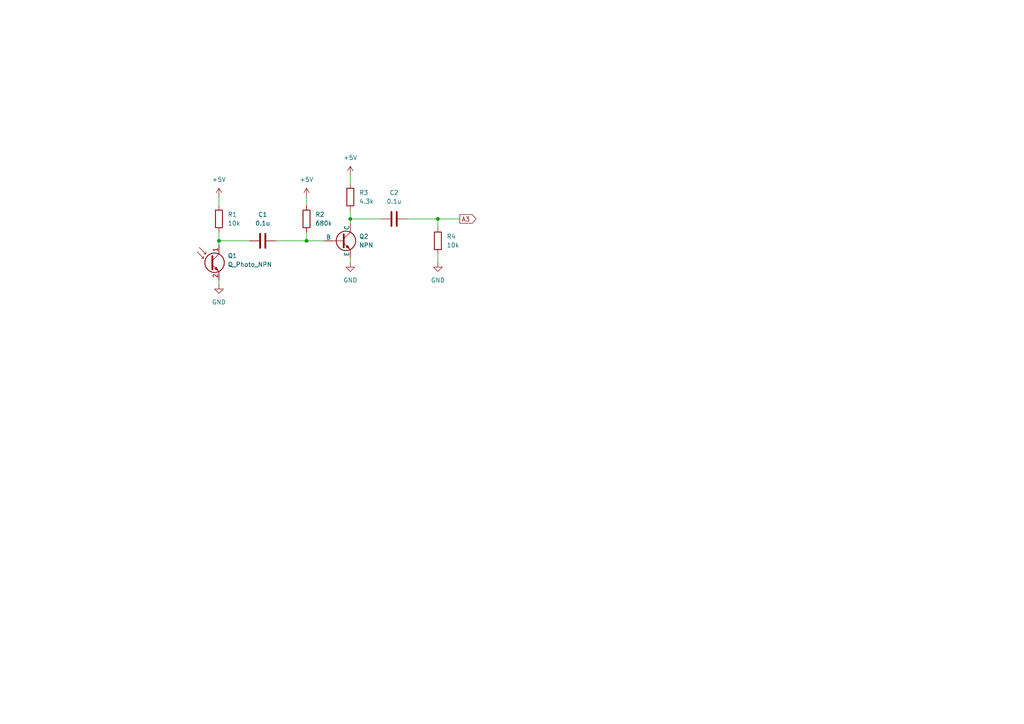
<source format=kicad_sch>
(kicad_sch (version 20231120) (generator "eeschema") (generator_version "8.0")
  (paper "A4")
  (lib_symbols
    (symbol "Device:C" (pin_numbers hide) (pin_names (offset 0.254))
      (property "Reference" "C" (at 0.635 2.54 0))
      (property "Value" "C" (at 0.635 -2.54 0))
      (symbol "C_0_1"
        (polyline (pts (xy -2.032 -0.762) (xy 2.032 -0.762)) (stroke (width 0.508)))
        (polyline (pts (xy -2.032 0.762) (xy 2.032 0.762)) (stroke (width 0.508)))
      )
      (symbol "C_1_1"
        (pin passive line (at 0 3.81 270) (length 2.794) (name "~") (number "1"))
        (pin passive line (at 0 -3.81 90) (length 2.794) (name "~") (number "2"))
      )
    )
    (symbol "Device:Q_Photo_NPN" (pin_names (offset 0) hide)
      (property "Reference" "Q" (at 5.08 1.27 0))
      (property "Value" "Q_Photo_NPN" (at 5.08 -1.27 0))
      (symbol "Q_Photo_NPN_0_1"
        (polyline (pts (xy -1.905 1.27) (xy -2.54 1.27)))
        (polyline (pts (xy -1.27 2.54) (xy -1.905 2.54)))
        (polyline (pts (xy 0.635 0.635) (xy 2.54 2.54)))
        (polyline (pts (xy -3.81 3.175) (xy -1.905 1.27) (xy -1.905 1.905)))
        (polyline (pts (xy -3.175 4.445) (xy -1.27 2.54) (xy -1.27 3.175)))
        (polyline (pts (xy 0.635 -0.635) (xy 2.54 -2.54) (xy 2.54 -2.54)))
        (polyline (pts (xy 0.635 1.905) (xy 0.635 -1.905) (xy 0.635 -1.905)) (stroke (width 0.508)))
        (polyline (pts (xy 1.27 -1.778) (xy 1.778 -1.27) (xy 2.286 -2.286) (xy 1.27 -1.778) (xy 1.27 -1.778)) (fill (type outline)))
        (circle (center 1.27 0) (radius 2.8194) (stroke (width 0.254)))
      )
      (symbol "Q_Photo_NPN_1_1"
        (pin passive line (at 2.54 5.08 270) (length 2.54) (name "C") (number "1"))
        (pin passive line (at 2.54 -5.08 90) (length 2.54) (name "E") (number "2"))
      )
    )
    (symbol "Device:R" (pin_numbers hide) (pin_names (offset 0))
      (property "Reference" "R" (at 2.032 0 90))
      (property "Value" "R" (at 0 0 90))
      (symbol "R_0_1"
        (rectangle (start -1.016 -2.54) (end 1.016 2.54) (stroke (width 0.254)))
      )
      (symbol "R_1_1"
        (pin passive line (at 0 3.81 270) (length 1.27) (name "~") (number "1"))
        (pin passive line (at 0 -3.81 90) (length 1.27) (name "~") (number "2"))
      )
    )
    (symbol "Simulation_SPICE:NPN" (pin_numbers hide) (pin_names (offset 0))
      (property "Reference" "Q" (at -2.54 7.62 0))
      (property "Value" "NPN" (at -2.54 5.08 0))
      (symbol "NPN_0_1"
        (polyline (pts (xy -2.54 0) (xy 0.635 0)) (stroke (width 0.1524)))
        (polyline (pts (xy 0.635 0.635) (xy 2.54 2.54)))
        (polyline (pts (xy 2.794 -1.27) (xy 2.794 -1.27)) (stroke (width 0.1524)))
        (polyline (pts (xy 2.794 -1.27) (xy 2.794 -1.27)) (stroke (width 0.1524)))
        (polyline (pts (xy 0.635 -0.635) (xy 2.54 -2.54) (xy 2.54 -2.54)))
        (polyline (pts (xy 0.635 1.905) (xy 0.635 -1.905) (xy 0.635 -1.905)) (stroke (width 0.508)))
        (polyline (pts (xy 1.27 -1.778) (xy 1.778 -1.27) (xy 2.286 -2.286) (xy 1.27 -1.778) (xy 1.27 -1.778)) (fill (type outline)))
        (circle (center 1.27 0) (radius 2.8194) (stroke (width 0.254)))
      )
      (symbol "NPN_1_1"
        (pin open_collector line (at 2.54 5.08 270) (length 2.54) (name "C") (number "1"))
        (pin input line (at -5.08 0 0) (length 2.54) (name "B") (number "2"))
        (pin open_emitter line (at 2.54 -5.08 90) (length 2.54) (name "E") (number "3"))
      )
    )
    (symbol "power:+5V" (power) (pin_numbers hide) (pin_names (offset 0) hide)
      (property "Value" "+5V" (at 0 3.556 0))
      (symbol "+5V_0_1"
        (polyline (pts (xy -0.762 1.27) (xy 0 2.54)))
        (polyline (pts (xy 0 0) (xy 0 2.54)))
        (polyline (pts (xy 0 2.54) (xy 0.762 1.27)))
      )
      (symbol "+5V_1_1"
        (pin power_in line (at 0 0 90) (length 0) (name "~") (number "1"))
      )
    )
    (symbol "power:GND" (power) (pin_numbers hide) (pin_names (offset 0) hide)
      (property "Value" "GND" (at 0 -3.81 0))
      (symbol "GND_0_1"
        (polyline (pts (xy 0 0) (xy 0 -1.27) (xy 1.27 -1.27) (xy 0 -2.54) (xy -1.27 -1.27) (xy 0 -1.27)))
      )
      (symbol "GND_1_1"
        (pin power_in line (at 0 0 270) (length 0) (name "~") (number "1"))
      )
    )
  )
  (junction (at 101.6 63.5))
  (junction (at 127 63.5))
  (junction (at 63.5 69.85))
  (junction (at 88.9 69.85))
  (wire (pts (xy 118.11 63.5) (xy 127 63.5)))
  (wire (pts (xy 63.5 69.85) (xy 72.39 69.85)))
  (wire (pts (xy 127 63.5) (xy 127 66.04)))
  (wire (pts (xy 127 63.5) (xy 133.35 63.5)))
  (wire (pts (xy 101.6 60.96) (xy 101.6 63.5)))
  (wire (pts (xy 80.01 69.85) (xy 88.9 69.85)))
  (wire (pts (xy 63.5 67.31) (xy 63.5 69.85)))
  (wire (pts (xy 101.6 74.93) (xy 101.6 76.2)))
  (wire (pts (xy 63.5 57.15) (xy 63.5 59.69)))
  (wire (pts (xy 88.9 57.15) (xy 88.9 59.69)))
  (wire (pts (xy 101.6 63.5) (xy 110.49 63.5)))
  (wire (pts (xy 88.9 69.85) (xy 93.98 69.85)))
  (wire (pts (xy 127 73.66) (xy 127 76.2)))
  (wire (pts (xy 101.6 50.8) (xy 101.6 53.34)))
  (wire (pts (xy 63.5 81.28) (xy 63.5 82.55)))
  (wire (pts (xy 101.6 63.5) (xy 101.6 64.77)))
  (wire (pts (xy 88.9 69.85) (xy 88.9 67.31)))
  (wire (pts (xy 63.5 69.85) (xy 63.5 71.12)))
  (global_label "A3" (shape output) (at 133.35 63.5 0) (property "Intersheetrefs" "${INTERSHEET_REFS}" (effects (hide yes))))
  (symbol (lib_id "Device:C") (at 76.2 69.85 90) (unit 1)
    (property "Reference" "C1" (at 76.2 62.23 90))
    (property "Value" "0.1u" (at 76.2 64.77 90))
    (property "Description" "Unpolarized capacitor" (effects (hide yes)))
  )
  (symbol (lib_id "Device:R") (at 88.9 63.5 0) (unit 1)
    (property "Reference" "R2" (at 91.44 62.2299 0) (effects (justify left)))
    (property "Value" "680k" (at 91.44 64.7699 0) (effects (justify left)))
    (property "Description" "Resistor" (effects (hide yes)))
  )
  (symbol (lib_id "power:GND") (at 63.5 82.55 0) (unit 1)
    (property "Reference" "#PWR02" (effects (hide yes)))
    (property "Value" "GND" (at 63.5 87.63 0))
    (property "Description" "Power symbol creates a global label with name \"GND\" , ground" (effects (hide yes)))
  )
  (symbol (lib_id "power:GND") (at 127 76.2 0) (unit 1)
    (property "Reference" "#PWR06" (effects (hide yes)))
    (property "Value" "GND" (at 127 81.28 0))
    (property "Description" "Power symbol creates a global label with name \"GND\" , ground" (effects (hide yes)))
  )
  (symbol (lib_id "power:+5V") (at 63.5 57.15 0) (unit 1)
    (property "Reference" "#PWR01" (effects (hide yes)))
    (property "Value" "+5V" (at 63.5 52.07 0))
    (property "Description" "Power symbol creates a global label with name \"+5V\"" (effects (hide yes)))
  )
  (symbol (lib_id "Device:R") (at 63.5 63.5 0) (unit 1)
    (property "Reference" "R1" (at 66.04 62.2299 0) (effects (justify left)))
    (property "Value" "10k" (at 66.04 64.7699 0) (effects (justify left)))
    (property "Description" "Resistor" (effects (hide yes)))
  )
  (symbol (lib_id "Device:Q_Photo_NPN") (at 60.96 76.2 0) (unit 1)
    (property "Reference" "Q1" (at 66.04 74.1806 0) (effects (justify left)))
    (property "Value" "Q_Photo_NPN" (at 66.04 76.7206 0) (effects (justify left)))
    (property "Description" "NPN phototransistor, collector/emitter" (effects (hide yes)))
  )
  (symbol (lib_id "power:+5V") (at 101.6 50.8 0) (unit 1)
    (property "Reference" "#PWR05" (effects (hide yes)))
    (property "Value" "+5V" (at 101.6 45.72 0))
    (property "Description" "Power symbol creates a global label with name \"+5V\"" (effects (hide yes)))
  )
  (symbol (lib_id "Device:C") (at 114.3 63.5 90) (unit 1)
    (property "Reference" "C2" (at 114.3 55.88 90))
    (property "Value" "0.1u" (at 114.3 58.42 90))
    (property "Description" "Unpolarized capacitor" (effects (hide yes)))
  )
  (symbol (lib_id "power:GND") (at 101.6 76.2 0) (unit 1)
    (property "Reference" "#PWR04" (effects (hide yes)))
    (property "Value" "GND" (at 101.6 81.28 0))
    (property "Description" "Power symbol creates a global label with name \"GND\" , ground" (effects (hide yes)))
  )
  (symbol (lib_id "power:+5V") (at 88.9 57.15 0) (unit 1)
    (property "Reference" "#PWR03" (effects (hide yes)))
    (property "Value" "+5V" (at 88.9 52.07 0))
    (property "Description" "Power symbol creates a global label with name \"+5V\"" (effects (hide yes)))
  )
  (symbol (lib_id "Device:R") (at 127 69.85 0) (unit 1)
    (property "Reference" "R4" (at 129.54 68.5799 0) (effects (justify left)))
    (property "Value" "10k" (at 129.54 71.1199 0) (effects (justify left)))
    (property "Description" "Resistor" (effects (hide yes)))
  )
  (symbol (lib_id "Device:R") (at 101.6 57.15 0) (unit 1)
    (property "Reference" "R3" (at 104.14 55.8799 0) (effects (justify left)))
    (property "Value" "4.3k" (at 104.14 58.4199 0) (effects (justify left)))
    (property "Description" "Resistor" (effects (hide yes)))
  )
  (symbol (lib_id "Simulation_SPICE:NPN") (at 99.06 69.85 0) (unit 1)
    (property "Reference" "Q2" (at 104.14 68.5799 0) (effects (justify left)))
    (property "Value" "NPN" (at 104.14 71.1199 0) (effects (justify left)))
    (property "Datasheet" "https://ngspice.sourceforge.io/docs/ngspice-html-manual/manual.xhtml#cha_BJTs" (effects (hide yes)))
    (property "Description" "Bipolar transistor symbol for simulation only, substrate tied to the emitter" (effects (hide yes)))
    (property "Sim.Device" "NPN" (effects (hide yes)))
    (property "Sim.Type" "GUMMELPOON" (effects (hide yes)))
    (property "Sim.Pins" "1=C 2=B 3=E" (effects (hide yes)))
  )
)
</source>
